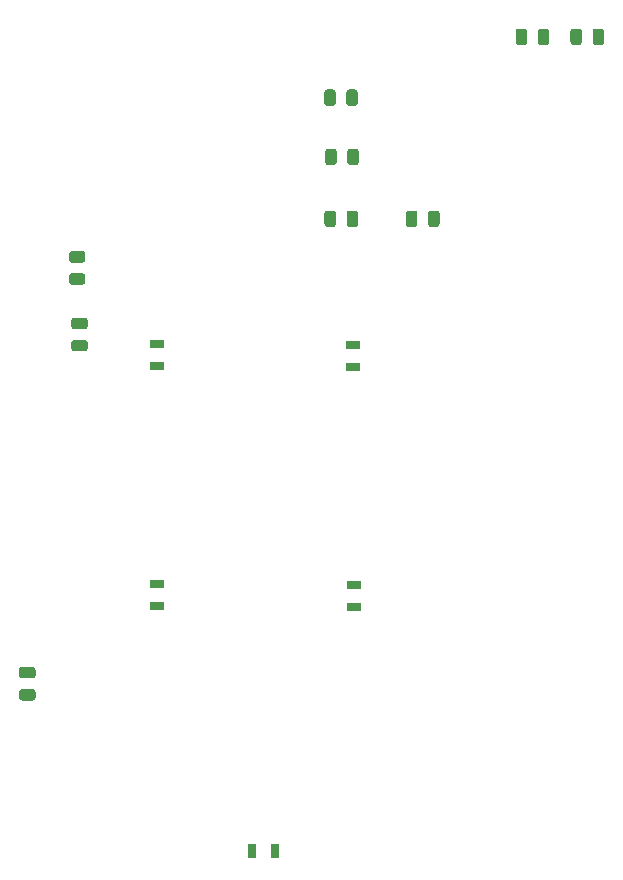
<source format=gtp>
%TF.GenerationSoftware,KiCad,Pcbnew,5.1.6-c6e7f7d~87~ubuntu20.04.1*%
%TF.CreationDate,2021-12-05T16:45:17+01:00*%
%TF.ProjectId,sb-cnc-shield,73622d63-6e63-42d7-9368-69656c642e6b,rev?*%
%TF.SameCoordinates,Original*%
%TF.FileFunction,Paste,Top*%
%TF.FilePolarity,Positive*%
%FSLAX46Y46*%
G04 Gerber Fmt 4.6, Leading zero omitted, Abs format (unit mm)*
G04 Created by KiCad (PCBNEW 5.1.6-c6e7f7d~87~ubuntu20.04.1) date 2021-12-05 16:45:17*
%MOMM*%
%LPD*%
G01*
G04 APERTURE LIST*
%ADD10R,1.300000X0.700000*%
%ADD11R,0.700000X1.300000*%
G04 APERTURE END LIST*
D10*
%TO.C,R1*%
X132573000Y-75814000D03*
X132573000Y-73914000D03*
%TD*%
%TO.C,R2*%
X149210000Y-75890200D03*
X149210000Y-73990200D03*
%TD*%
%TO.C,R3*%
X132573000Y-96134000D03*
X132573000Y-94234000D03*
%TD*%
%TO.C,R4*%
X149286000Y-96210200D03*
X149286000Y-94310200D03*
%TD*%
D11*
%TO.C,R5*%
X142555000Y-116891000D03*
X140655000Y-116891000D03*
%TD*%
%TO.C,R6*%
G36*
G01*
X169462000Y-48386050D02*
X169462000Y-47473550D01*
G75*
G02*
X169705750Y-47229800I243750J0D01*
G01*
X170193250Y-47229800D01*
G75*
G02*
X170437000Y-47473550I0J-243750D01*
G01*
X170437000Y-48386050D01*
G75*
G02*
X170193250Y-48629800I-243750J0D01*
G01*
X169705750Y-48629800D01*
G75*
G02*
X169462000Y-48386050I0J243750D01*
G01*
G37*
G36*
G01*
X167587000Y-48386050D02*
X167587000Y-47473550D01*
G75*
G02*
X167830750Y-47229800I243750J0D01*
G01*
X168318250Y-47229800D01*
G75*
G02*
X168562000Y-47473550I0J-243750D01*
G01*
X168562000Y-48386050D01*
G75*
G02*
X168318250Y-48629800I-243750J0D01*
G01*
X167830750Y-48629800D01*
G75*
G02*
X167587000Y-48386050I0J243750D01*
G01*
G37*
%TD*%
%TO.C,R7*%
G36*
G01*
X162938000Y-48386050D02*
X162938000Y-47473550D01*
G75*
G02*
X163181750Y-47229800I243750J0D01*
G01*
X163669250Y-47229800D01*
G75*
G02*
X163913000Y-47473550I0J-243750D01*
G01*
X163913000Y-48386050D01*
G75*
G02*
X163669250Y-48629800I-243750J0D01*
G01*
X163181750Y-48629800D01*
G75*
G02*
X162938000Y-48386050I0J243750D01*
G01*
G37*
G36*
G01*
X164813000Y-48386050D02*
X164813000Y-47473550D01*
G75*
G02*
X165056750Y-47229800I243750J0D01*
G01*
X165544250Y-47229800D01*
G75*
G02*
X165788000Y-47473550I0J-243750D01*
G01*
X165788000Y-48386050D01*
G75*
G02*
X165544250Y-48629800I-243750J0D01*
G01*
X165056750Y-48629800D01*
G75*
G02*
X164813000Y-48386050I0J243750D01*
G01*
G37*
%TD*%
%TO.C,Rp1*%
G36*
G01*
X153657000Y-63793650D02*
X153657000Y-62881150D01*
G75*
G02*
X153900750Y-62637400I243750J0D01*
G01*
X154388250Y-62637400D01*
G75*
G02*
X154632000Y-62881150I0J-243750D01*
G01*
X154632000Y-63793650D01*
G75*
G02*
X154388250Y-64037400I-243750J0D01*
G01*
X153900750Y-64037400D01*
G75*
G02*
X153657000Y-63793650I0J243750D01*
G01*
G37*
G36*
G01*
X155532000Y-63793650D02*
X155532000Y-62881150D01*
G75*
G02*
X155775750Y-62637400I243750J0D01*
G01*
X156263250Y-62637400D01*
G75*
G02*
X156507000Y-62881150I0J-243750D01*
G01*
X156507000Y-63793650D01*
G75*
G02*
X156263250Y-64037400I-243750J0D01*
G01*
X155775750Y-64037400D01*
G75*
G02*
X155532000Y-63793650I0J243750D01*
G01*
G37*
%TD*%
%TO.C,Rpwr1*%
G36*
G01*
X147795000Y-57638650D02*
X147795000Y-58551150D01*
G75*
G02*
X147551250Y-58794900I-243750J0D01*
G01*
X147063750Y-58794900D01*
G75*
G02*
X146820000Y-58551150I0J243750D01*
G01*
X146820000Y-57638650D01*
G75*
G02*
X147063750Y-57394900I243750J0D01*
G01*
X147551250Y-57394900D01*
G75*
G02*
X147795000Y-57638650I0J-243750D01*
G01*
G37*
G36*
G01*
X149670000Y-57638650D02*
X149670000Y-58551150D01*
G75*
G02*
X149426250Y-58794900I-243750J0D01*
G01*
X148938750Y-58794900D01*
G75*
G02*
X148695000Y-58551150I0J243750D01*
G01*
X148695000Y-57638650D01*
G75*
G02*
X148938750Y-57394900I243750J0D01*
G01*
X149426250Y-57394900D01*
G75*
G02*
X149670000Y-57638650I0J-243750D01*
G01*
G37*
%TD*%
%TO.C,Rpwr_1*%
G36*
G01*
X121138750Y-103147000D02*
X122051250Y-103147000D01*
G75*
G02*
X122295000Y-103390750I0J-243750D01*
G01*
X122295000Y-103878250D01*
G75*
G02*
X122051250Y-104122000I-243750J0D01*
G01*
X121138750Y-104122000D01*
G75*
G02*
X120895000Y-103878250I0J243750D01*
G01*
X120895000Y-103390750D01*
G75*
G02*
X121138750Y-103147000I243750J0D01*
G01*
G37*
G36*
G01*
X121138750Y-101272000D02*
X122051250Y-101272000D01*
G75*
G02*
X122295000Y-101515750I0J-243750D01*
G01*
X122295000Y-102003250D01*
G75*
G02*
X122051250Y-102247000I-243750J0D01*
G01*
X121138750Y-102247000D01*
G75*
G02*
X120895000Y-102003250I0J243750D01*
G01*
X120895000Y-101515750D01*
G75*
G02*
X121138750Y-101272000I243750J0D01*
G01*
G37*
%TD*%
%TO.C,RstpA1*%
G36*
G01*
X126283250Y-68920700D02*
X125370750Y-68920700D01*
G75*
G02*
X125127000Y-68676950I0J243750D01*
G01*
X125127000Y-68189450D01*
G75*
G02*
X125370750Y-67945700I243750J0D01*
G01*
X126283250Y-67945700D01*
G75*
G02*
X126527000Y-68189450I0J-243750D01*
G01*
X126527000Y-68676950D01*
G75*
G02*
X126283250Y-68920700I-243750J0D01*
G01*
G37*
G36*
G01*
X126283250Y-67045700D02*
X125370750Y-67045700D01*
G75*
G02*
X125127000Y-66801950I0J243750D01*
G01*
X125127000Y-66314450D01*
G75*
G02*
X125370750Y-66070700I243750J0D01*
G01*
X126283250Y-66070700D01*
G75*
G02*
X126527000Y-66314450I0J-243750D01*
G01*
X126527000Y-66801950D01*
G75*
G02*
X126283250Y-67045700I-243750J0D01*
G01*
G37*
%TD*%
%TO.C,RstpX1*%
G36*
G01*
X148610000Y-53537150D02*
X148610000Y-52624650D01*
G75*
G02*
X148853750Y-52380900I243750J0D01*
G01*
X149341250Y-52380900D01*
G75*
G02*
X149585000Y-52624650I0J-243750D01*
G01*
X149585000Y-53537150D01*
G75*
G02*
X149341250Y-53780900I-243750J0D01*
G01*
X148853750Y-53780900D01*
G75*
G02*
X148610000Y-53537150I0J243750D01*
G01*
G37*
G36*
G01*
X146735000Y-53537150D02*
X146735000Y-52624650D01*
G75*
G02*
X146978750Y-52380900I243750J0D01*
G01*
X147466250Y-52380900D01*
G75*
G02*
X147710000Y-52624650I0J-243750D01*
G01*
X147710000Y-53537150D01*
G75*
G02*
X147466250Y-53780900I-243750J0D01*
G01*
X146978750Y-53780900D01*
G75*
G02*
X146735000Y-53537150I0J243750D01*
G01*
G37*
%TD*%
%TO.C,RstpY1*%
G36*
G01*
X149609000Y-62881150D02*
X149609000Y-63793650D01*
G75*
G02*
X149365250Y-64037400I-243750J0D01*
G01*
X148877750Y-64037400D01*
G75*
G02*
X148634000Y-63793650I0J243750D01*
G01*
X148634000Y-62881150D01*
G75*
G02*
X148877750Y-62637400I243750J0D01*
G01*
X149365250Y-62637400D01*
G75*
G02*
X149609000Y-62881150I0J-243750D01*
G01*
G37*
G36*
G01*
X147734000Y-62881150D02*
X147734000Y-63793650D01*
G75*
G02*
X147490250Y-64037400I-243750J0D01*
G01*
X147002750Y-64037400D01*
G75*
G02*
X146759000Y-63793650I0J243750D01*
G01*
X146759000Y-62881150D01*
G75*
G02*
X147002750Y-62637400I243750J0D01*
G01*
X147490250Y-62637400D01*
G75*
G02*
X147734000Y-62881150I0J-243750D01*
G01*
G37*
%TD*%
%TO.C,RstpZ1*%
G36*
G01*
X126476250Y-74561800D02*
X125563750Y-74561800D01*
G75*
G02*
X125320000Y-74318050I0J243750D01*
G01*
X125320000Y-73830550D01*
G75*
G02*
X125563750Y-73586800I243750J0D01*
G01*
X126476250Y-73586800D01*
G75*
G02*
X126720000Y-73830550I0J-243750D01*
G01*
X126720000Y-74318050D01*
G75*
G02*
X126476250Y-74561800I-243750J0D01*
G01*
G37*
G36*
G01*
X126476250Y-72686800D02*
X125563750Y-72686800D01*
G75*
G02*
X125320000Y-72443050I0J243750D01*
G01*
X125320000Y-71955550D01*
G75*
G02*
X125563750Y-71711800I243750J0D01*
G01*
X126476250Y-71711800D01*
G75*
G02*
X126720000Y-71955550I0J-243750D01*
G01*
X126720000Y-72443050D01*
G75*
G02*
X126476250Y-72686800I-243750J0D01*
G01*
G37*
%TD*%
M02*

</source>
